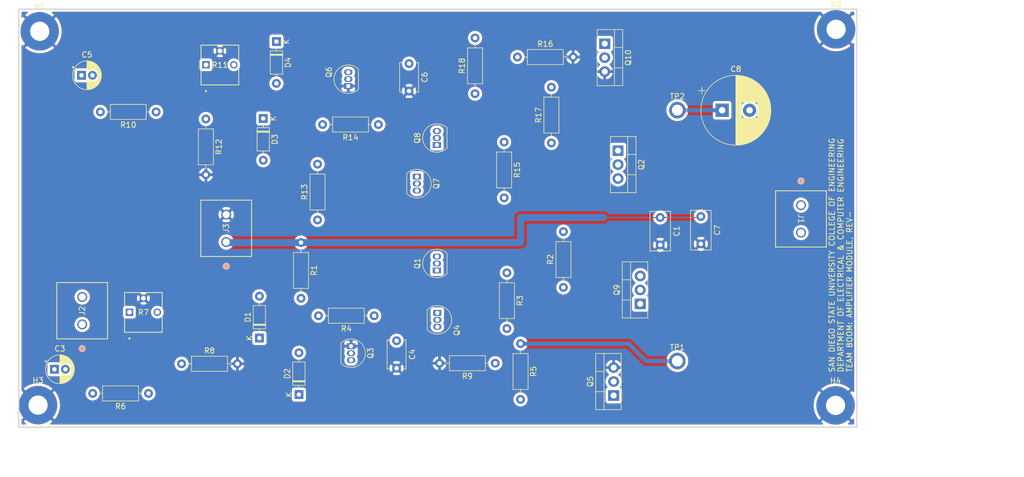
<source format=kicad_pcb>
(kicad_pcb (version 20240108) (generator "pcbnew") (generator_version "8.0")
  (title_block (title "Amplifier PCB") (date "2024-09-08") (rev "-") (company "Team BOOM"))
  (layers (0 "F.Cu" signal) (31 "B.Cu" signal) (34 "B.Paste" user) (35 "F.Paste" user) (36 "B.SilkS" user "B.Silkscreen") (37 "F.SilkS" user "F.Silkscreen") (38 "B.Mask" user) (39 "F.Mask" user) (44 "Edge.Cuts" user))
  (net 0 "")
  (net 1 "Net-(C8-Pad1)")
  (net 2 "Net-(Q10-C)")
  (net 3 "Net-(Q2-C)")
  (net 4 "GND")
  (net 5 "Net-(Q10-B)")
  (net 6 "Net-(D3-K)")
  (net 7 "/18V")
  (net 8 "Net-(D3-A)")
  (net 9 "Net-(C5-Pad2)")
  (net 10 "Net-(Q4-C)")
  (net 11 "Net-(D1-K)")
  (net 12 "Net-(C3-Pad2)")
  (net 13 "Net-(Q4-E)")
  (net 14 "Net-(D1-A)")
  (net 15 "Net-(Q1-C)")
  (net 16 "Net-(Q1-E)")
  (net 17 "Net-(Q2-B)")
  (net 18 "Net-(D4-K)")
  (net 19 "Net-(D2-K)")
  (net 20 "Net-(J2-Pin_2)")
  (net 21 "Net-(J2-Pin_1)")
  (net 22 "Net-(J1-Pin_2)")
  (net 23 "Net-(J1-Pin_1)")
  (footprint "Resistor_THT:R_Axial_DIN0207_L6.3mm_D2.5mm_P10.16mm_Horizontal" (layer "F.Cu") (at 68.12 127.265)
    (property "Reference" "R8" (at 5.08 -2.37 0) (layer "F.SilkS"))
    (property "Value" "1.3k")
    (pad "1" thru_hole circle (at 0 0) (size 1.6 1.6) (drill 0.8) (layers "*.Cu" "*.Mask") (net 11 "Net-(D1-K)"))
    (pad "2" thru_hole oval (at 10.16 0) (size 1.6 1.6) (drill 0.8) (layers "*.Cu" "*.Mask") (net 4 "GND"))
  )
  (footprint "Resistor_THT:R_Axial_DIN0207_L6.3mm_D2.5mm_P10.16mm_Horizontal" (layer "F.Cu") (at 103.98 83.665 180)
    (property "Reference" "R14" (at 5.08 -2.37 180) (layer "F.SilkS"))
    (property "Value" "12k")
    (pad "1" thru_hole circle (at 0 0 180) (size 1.6 1.6) (drill 0.8) (layers "*.Cu" "*.Mask") (net 1 "Net-(C8-Pad1)"))
    (pad "2" thru_hole oval (at 10.16 0 180) (size 1.6 1.6) (drill 0.8) (layers "*.Cu" "*.Mask") (net 6 "Net-(D3-K)"))
  )
  (footprint "TestPoint:TestPoint_Plated_Hole_D2.0mm" (layer "F.Cu") (at 158.4658 126.7648)
    (property "Reference" "TP1" (at 0 -2.498 0) (layer "F.SilkS"))
    (property "Value" "TestPoint")
    (pad "1" thru_hole circle (at 0 0) (size 3 3) (drill 2) (layers "*.Cu" "*.Mask") (net 22 "Net-(J1-Pin_2)"))
  )
  (footprint "Resistor_THT:R_Axial_DIN0207_L6.3mm_D2.5mm_P10.16mm_Horizontal" (layer "F.Cu") (at 72.5424 82.6516 -90)
    (property "Reference" "R12" (at 5.08 -2.37 -90) (layer "F.SilkS"))
    (property "Value" "1.3k")
    (pad "1" thru_hole circle (at 0 0 270) (size 1.6 1.6) (drill 0.8) (layers "*.Cu" "*.Mask") (net 6 "Net-(D3-K)"))
    (pad "2" thru_hole oval (at 10.16 0 270) (size 1.6 1.6) (drill 0.8) (layers "*.Cu" "*.Mask") (net 4 "GND"))
  )
  (footprint "Capacitor_THT:C_Rect_L7.0mm_W3.5mm_P5.00mm" (layer "F.Cu") (at 155.3464 100.598001 -90)
    (property "Reference" "C1" (at 2.5 -3 -90) (layer "F.SilkS"))
    (property "Value" "0.22Uf")
    (pad "1" thru_hole circle (at 0 0 270) (size 1.6 1.6) (drill 0.8) (layers "*.Cu" "*.Mask") (net 7 "/18V"))
    (pad "2" thru_hole circle (at 5 0 270) (size 1.6 1.6) (drill 0.8) (layers "*.Cu" "*.Mask") (net 4 "GND"))
  )
  (footprint "MountingHole:MountingHole_3.5mm_Pad" (layer "F.Cu") (at 42.2656 66.675)
    (property "Reference" "H1" (at 0 -4.5 0) (layer "F.SilkS"))
    (property "Value" "MountingHole_Pad")
    (pad "1" thru_hole circle (at 0 0) (size 7 7) (drill 3.5) (layers "*.Cu" "*.Mask") (net 4 "GND"))
  )
  (footprint "MountingHole:MountingHole_3.5mm_Pad" (layer "F.Cu") (at 41.9608 134.7978)
    (property "Reference" "H3" (at 0 -4.5 0) (layer "F.SilkS"))
    (property "Value" "MountingHole_Pad")
    (pad "1" thru_hole circle (at 0 0) (size 7 7) (drill 3.5) (layers "*.Cu" "*.Mask") (net 4 "GND"))
  )
  (footprint "Resistor_THT:R_Axial_DIN0207_L6.3mm_D2.5mm_P10.16mm_Horizontal" (layer "F.Cu") (at 126.9 86.865 -90)
    (property "Reference" "R15" (at 5.08 -2.37 -90) (layer "F.SilkS"))
    (property "Value" "10k")
    (pad "1" thru_hole circle (at 0 0 270) (size 1.6 1.6) (drill 0.8) (layers "*.Cu" "*.Mask") (net 17 "Net-(Q2-B)"))
    (pad "2" thru_hole oval (at 10.16 0 270) (size 1.6 1.6) (drill 0.8) (layers "*.Cu" "*.Mask") (net 7 "/18V"))
  )
  (footprint "Custom_Footprints:CONN_1935776_PXC" (layer "F.Cu") (at 76.2508 105.0798 90)
    (property "Reference" "J3" (at 2.5 0 90) (layer "F.SilkS"))
    (property "Value" "Power Input")
    (pad "1" thru_hole circle (at 0 0 90) (size 1.8034 1.8034) (drill 1.2954) (layers "*.Cu" "*.Mask") (net 7 "/18V"))
    (pad "2" thru_hole circle (at 5 0 90) (size 1.8034 1.8034) (drill 1.2954) (layers "*.Cu" "*.Mask") (net 4 "GND"))
  )
  (footprint "MountingHole:MountingHole_3.5mm_Pad" (layer "F.Cu") (at 187.2996 134.8486)
    (property "Reference" "H4" (at 0 -4.5 0) (layer "F.SilkS"))
    (property "Value" "MountingHole_Pad")
    (pad "1" thru_hole circle (at 0 0) (size 7 7) (drill 3.5) (layers "*.Cu" "*.Mask") (net 4 "GND"))
  )
  (footprint "MountingHole:MountingHole_3.5mm_Pad" (layer "F.Cu") (at 187.4012 66.3194)
    (property "Reference" "H2" (at 0 -4.5 0) (layer "F.SilkS"))
    (property "Value" "MountingHole_Pad")
    (pad "1" thru_hole circle (at 0 0) (size 7 7) (drill 3.5) (layers "*.Cu" "*.Mask") (net 4 "GND"))
  )
  (footprint "Resistor_THT:R_Axial_DIN0207_L6.3mm_D2.5mm_P10.16mm_Horizontal" (layer "F.Cu") (at 127.4 110.685 -90)
    (property "Reference" "R3" (at 5.08 -2.37 -90) (layer "F.SilkS"))
    (property "Value" "0.22")
    (pad "1" thru_hole circle (at 0 0 270) (size 1.6 1.6) (drill 0.8) (layers "*.Cu" "*.Mask") (net 16 "Net-(Q1-E)"))
    (pad "2" thru_hole oval (at 10.16 0 270) (size 1.6 1.6) (drill 0.8) (layers "*.Cu" "*.Mask") (net 22 "Net-(J1-Pin_2)"))
  )
  (footprint "Capacitor_THT:CP_Radial_D5.0mm_P2.00mm" (layer "F.Cu") (at 44.944888 128.265)
    (property "Reference" "C3" (at 1 -3.75 0) (layer "F.SilkS"))
    (property "Value" "1Uf")
    (pad "1" thru_hole rect (at 0 0) (size 1.6 1.6) (drill 0.8) (layers "*.Cu" "*.Mask") (net 21 "Net-(J2-Pin_1)"))
    (pad "2" thru_hole circle (at 2 0) (size 1.6 1.6) (drill 0.8) (layers "*.Cu" "*.Mask") (net 12 "Net-(C3-Pad2)"))
  )
  (footprint "Package_TO_SOT_THT:TO-220-3_Vertical" (layer "F.Cu") (at 151.7 116.345 90)
    (property "Reference" "Q9" (at 2.54 -4.27 90) (layer "F.SilkS"))
    (property "Value" "QD45H8G")
    (pad "1" thru_hole rect (at 0 0 90) (size 1.905 2) (drill 1.1) (layers "*.Cu" "*.Mask") (net 15 "Net-(Q1-C)"))
    (pad "2" thru_hole oval (at 2.54 0 90) (size 1.905 2) (drill 1.1) (layers "*.Cu" "*.Mask") (net 16 "Net-(Q1-E)"))
    (pad "3" thru_hole oval (at 5.08 0 90) (size 1.905 2) (drill 1.1) (layers "*.Cu" "*.Mask") (net 7 "/18V"))
  )
  (footprint "Custom_Footprints:POT_3362P" (layer "F.Cu") (at 72.56 72.7824)
    (property "Reference" "R11" (at 2.54 0.0381 0) (layer "F.SilkS"))
    (property "Value" "R_Variable")
    (pad "1" thru_hole rect (at 0 0) (size 1.3462 1.3462) (drill 0.8382) (layers "*.Cu" "*.Mask") (net 6 "Net-(D3-K)"))
    (pad "2" thru_hole circle (at 2.54 -2.54) (size 1.3462 1.3462) (drill 0.8382) (layers "*.Cu" "*.Mask") (net 4 "GND"))
    (pad "3" thru_hole circle (at 5.08 0) (size 1.3462 1.3462) (drill 0.8382) (layers "*.Cu" "*.Mask"))
  )
  (footprint "Resistor_THT:R_Axial_DIN0207_L6.3mm_D2.5mm_P10.16mm_Horizontal" (layer "F.Cu") (at 137.7 113.345 90)
    (property "Reference" "R2" (at 5.08 -2.37 90) (layer "F.SilkS"))
    (property "Value" "10k")
    (pad "1" thru_hole circle (at 0 0 90) (size 1.6 1.6) (drill 0.8) (layers "*.Cu" "*.Mask") (net 15 "Net-(Q1-C)"))
    (pad "2" thru_hole oval (at 10.16 0 90) (size 1.6 1.6) (drill 0.8) (layers "*.Cu" "*.Mask") (net 7 "/18V"))
  )
  (footprint "Capacitor_THT:CP_Radial_D5.0mm_P2.00mm" (layer "F.Cu") (at 49.8808 74.6948)
    (property "Reference" "C5" (at 1 -3.75 0) (layer "F.SilkS"))
    (property "Value" "1Uf")
    (pad "1" thru_hole rect (at 0 0) (size 1.6 1.6) (drill 0.8) (layers "*.Cu" "*.Mask") (net 20 "Net-(J2-Pin_2)"))
    (pad "2" thru_hole circle (at 2 0) (size 1.6 1.6) (drill 0.8) (layers "*.Cu" "*.Mask") (net 9 "Net-(C5-Pad2)"))
  )
  (footprint "Package_TO_SOT_THT:TO-92_Inline" (layer "F.Cu") (at 98.5 76.665 90)
    (property "Reference" "Q6" (at 2.54 -3.535 90) (layer "F.SilkS"))
    (property "Value" "2N3904")
    (pad "1" thru_hole rect (at 0 0 90) (size 1.05 1.5) (drill 0.75) (layers "*.Cu" "*.Mask") (net 4 "GND"))
    (pad "2" thru_hole oval (at 1.27 0 90) (size 1.05 1.5) (drill 0.75) (layers "*.Cu" "*.Mask") (net 6 "Net-(D3-K)"))
    (pad "3" thru_hole oval (at 2.54 0 90) (size 1.05 1.5) (drill 0.75) (layers "*.Cu" "*.Mask") (net 18 "Net-(D4-K)"))
  )
  (footprint "Diode_THT:D_DO-35_SOD27_P7.62mm_Horizontal" (layer "F.Cu") (at 83 82.555 -90)
    (property "Reference" "D3" (at 3.81 -2.12 90) (layer "F.SilkS"))
    (property "Value" "1N4148")
    (fp_text user "K" (at 0 -1.8 90) (layer "F.SilkS"))
    (pad "1" thru_hole rect (at 0 0 270) (size 1.6 1.6) (drill 0.8) (layers "*.Cu" "*.Mask") (net 6 "Net-(D3-K)"))
    (pad "2" thru_hole oval (at 7.62 0 270) (size 1.6 1.6) (drill 0.8) (layers "*.Cu" "*.Mask") (net 8 "Net-(D3-A)"))
  )
  (footprint "Capacitor_THT:C_Disc_D5.1mm_W3.2mm_P5.00mm" (layer "F.Cu") (at 109.5708 72.5598 -90)
    (property "Reference" "C6" (at 2.5 -2.85 -90) (layer "F.SilkS"))
    (property "Value" "1nF")
    (pad "1" thru_hole circle (at 0 0 270) (size 1.6 1.6) (drill 0.8) (layers "*.Cu" "*.Mask") (net 18 "Net-(D4-K)"))
    (pad "2" thru_hole circle (at 5 0 270) (size 1.6 1.6) (drill 0.8) (layers "*.Cu" "*.Mask") (net 4 "GND"))
  )
  (footprint "Resistor_THT:R_Axial_DIN0207_L6.3mm_D2.5mm_P10.16mm_Horizontal" (layer "F.Cu") (at 63.48 81.365 180)
    (property "Reference" "R10" (at 5.08 -2.37 180) (layer "F.SilkS"))
    (property "Value" "4.7k")
    (pad "1" thru_hole circle (at 0 0 180) (size 1.6 1.6) (drill 0.8) (layers "*.Cu" "*.Mask") (net 6 "Net-(D3-K)"))
    (pad "2" thru_hole oval (at 10.16 0 180) (size 1.6 1.6) (drill 0.8) (layers "*.Cu" "*.Mask") (net 9 "Net-(C5-Pad2)"))
  )
  (footprint "Package_TO_SOT_THT:TO-220-3_Vertical" (layer "F.Cu") (at 146.8628 133.0452 90)
    (property "Reference" "Q5" (at 2.54 -4.27 90) (layer "F.SilkS"))
    (property "Value" "QD44H8G")
    (pad "1" thru_hole rect (at 0 0 90) (size 1.905 2) (drill 1.1) (layers "*.Cu" "*.Mask") (net 10 "Net-(Q4-C)"))
    (pad "2" thru_hole oval (at 2.54 0 90) (size 1.905 2) (drill 1.1) (layers "*.Cu" "*.Mask") (net 13 "Net-(Q4-E)"))
    (pad "3" thru_hole oval (at 5.08 0 90) (size 1.905 2) (drill 1.1) (layers "*.Cu" "*.Mask") (net 4 "GND"))
  )
  (footprint "Capacitor_THT:C_Disc_D5.1mm_W3.2mm_P5.00mm" (layer "F.Cu") (at 107.3 123.065 -90)
    (property "Reference" "C4" (at 2.5 -2.85 -90) (layer "F.SilkS"))
    (property "Value" "1nF")
    (pad "1" thru_hole circle (at 0 0 270) (size 1.6 1.6) (drill 0.8) (layers "*.Cu" "*.Mask") (net 19 "Net-(D2-K)"))
    (pad "2" thru_hole circle (at 5 0 270) (size 1.6 1.6) (drill 0.8) (layers "*.Cu" "*.Mask") (net 4 "GND"))
  )
  (footprint "Resistor_THT:R_Axial_DIN0207_L6.3mm_D2.5mm_P10.16mm_Horizontal" (layer "F.Cu") (at 62.08 132.665 180)
    (property "Reference" "R6" (at 5.08 -2.37 180) (layer "F.SilkS"))
    (property "Value" "4.7k")
    (pad "1" thru_hole circle (at 0 0 180) (size 1.6 1.6) (drill 0.8) (layers "*.Cu" "*.Mask") (net 11 "Net-(D1-K)"))
    (pad "2" thru_hole oval (at 10.16 0 180) (size 1.6 1.6) (drill 0.8) (layers "*.Cu" "*.Mask") (net 12 "Net-(C3-Pad2)"))
  )
  (footprint "Package_TO_SOT_THT:TO-220-3_Vertical" (layer "F.Cu") (at 145.2372 68.9356 -90)
    (property "Reference" "Q10" (at 2.54 -4.27 90) (layer "F.SilkS"))
    (property "Value" "QD44H8G")
    (pad "1" thru_hole rect (at 0 0 270) (size 1.905 2) (drill 1.1) (layers "*.Cu" "*.Mask") (net 5 "Net-(Q10-B)"))
    (pad "2" thru_hole oval (at 2.54 0 270) (size 1.905 2) (drill 1.1) (layers "*.Cu" "*.Mask") (net 2 "Net-(Q10-C)"))
    (pad "3" thru_hole oval (at 5.08 0 270) (size 1.905 2) (drill 1.1) (layers "*.Cu" "*.Mask") (net 4 "GND"))
  )
  (footprint "Capacitor_THT:C_Rect_L7.0mm_W3.5mm_P5.00mm" (layer "F.Cu") (at 162.7456 100.418201 -90)
    (property "Reference" "C7" (at 2.5 -3 -90) (layer "F.SilkS"))
    (property "Value" "0.22Uf")
    (pad "1" thru_hole circle (at 0 0 270) (size 1.6 1.6) (drill 0.8) (layers "*.Cu" "*.Mask") (net 7 "/18V"))
    (pad "2" thru_hole circle (at 5 0 270) (size 1.6 1.6) (drill 0.8) (layers "*.Cu" "*.Mask") (net 4 "GND"))
  )
  (footprint "Resistor_THT:R_Axial_DIN0207_L6.3mm_D2.5mm_P10.16mm_Horizontal" (layer "F.Cu") (at 129.32 71.365)
    (property "Reference" "R16" (at 5.08 -2.37 0) (layer "F.SilkS"))
    (property "Value" "10k")
    (pad "1" thru_hole circle (at 0 0) (size 1.6 1.6) (drill 0.8) (layers "*.Cu" "*.Mask") (net 5 "Net-(Q10-B)"))
    (pad "2" thru_hole oval (at 10.16 0) (size 1.6 1.6) (drill 0.8) (layers "*.Cu" "*.Mask") (net 4 "GND"))
  )
  (footprint "Diode_THT:D_DO-35_SOD27_P7.62mm_Horizontal" (layer "F.Cu") (at 82.3 122.575 90)
    (property "Reference" "D1" (at 3.81 -2.12 90) (layer "F.SilkS"))
    (property "Value" "1N4148")
    (fp_text user "K" (at 0 -1.8 90) (layer "F.SilkS"))
    (pad "1" thru_hole rect (at 0 0 90) (size 1.6 1.6) (drill 0.8) (layers "*.Cu" "*.Mask") (net 11 "Net-(D1-K)"))
    (pad "2" thru_hole oval (at 7.62 0 90) (size 1.6 1.6) (drill 0.8) (layers "*.Cu" "*.Mask") (net 14 "Net-(D1-A)"))
  )
  (footprint "Resistor_THT:R_Axial_DIN0207_L6.3mm_D2.5mm_P10.16mm_Horizontal" (layer "F.Cu") (at 125.28 127.165 180)
    (property "Reference" "R9" (at 5.08 -2.37 180) (layer "F.SilkS"))
    (property "Value" "10k")
    (pad "1" thru_hole circle (at 0 0 180) (size 1.6 1.6) (drill 0.8) (layers "*.Cu" "*.Mask") (net 10 "Net-(Q4-C)"))
    (pad "2" thru_hole oval (at 10.16 0 180) (size 1.6 1.6) (drill 0.8) (layers "*.Cu" "*.Mask") (net 4 "GND"))
  )
  (footprint "Custom_Footprints:CONN_1935776_PXC" (layer "F.Cu") (at 181 98.365 -90)
    (property "Reference" "J1" (at 2.5 0 -90) (layer "F.SilkS"))
    (property "Value" "Speaker")
    (pad "1" thru_hole circle (at 0 0 270) (size 1.8034 1.8034) (drill 1.2954) (layers "*.Cu" "*.Mask") (net 23 "Net-(J1-Pin_1)"))
    (pad "2" thru_hole circle (at 5 0 270) (size 1.8034 1.8034) (drill 1.2954) (layers "*.Cu" "*.Mask") (net 22 "Net-(J1-Pin_2)"))
  )
  (footprint "Package_TO_SOT_THT:TO-92_Inline" (layer "F.Cu") (at 114.6508 87.3948 90)
    (property "Reference" "Q8" (at 1.27 -3.56 90) (layer "F.SilkS"))
    (property "Value" "2N3906")
    (pad "1" thru_hole rect (at 0 0 90) (size 1.05 1.5) (drill 0.75) (layers "*.Cu" "*.Mask") (net 2 "Net-(Q10-C)"))
    (pad "2" thru_hole oval (at 1.27 0 90) (size 1.05 1.5) (drill 0.75) (layers "*.Cu" "*.Mask") (net 18 "Net-(D4-K)"))
    (pad "3" thru_hole oval (at 2.54 0 90) (size 1.05 1.5) (drill 0.75) (layers "*.Cu" "*.Mask") (net 5 "Net-(Q10-B)"))
  )
  (footprint "Resistor_THT:R_Axial_DIN0207_L6.3mm_D2.5mm_P10.16mm_Horizontal" (layer "F.Cu") (at 121.6 78.045 90)
    (property "Reference" "R18" (at 5.08 -2.37 90) (layer "F.SilkS"))
    (property "Value" "0.22")
    (pad "1" thru_hole circle (at 0 0 90) (size 1.6 1.6) (drill 0.8) (layers "*.Cu" "*.Mask") (net 1 "Net-(C8-Pad1)"))
    (pad "2" thru_hole oval (at 10.16 0 90) (size 1.6 1.6) (drill 0.8) (layers "*.Cu" "*.Mask") (net 2 "Net-(Q10-C)"))
  )
  (footprint "Custom_Footprints:POT_3362P" (layer "F.Cu") (at 58.62 117.865)
    (property "Reference" "R7" (at 2.54 0.0381 0) (layer "F.SilkS"))
    (property "Value" "R_Variable")
    (pad "1" thru_hole rect (at 0 0) (size 1.3462 1.3462) (drill 0.8382) (layers "*.Cu" "*.Mask") (net 11 "Net-(D1-K)"))
    (pad "2" thru_hole circle (at 2.54 -2.54) (size 1.3462 1.3462) (drill 0.8382) (layers "*.Cu" "*.Mask") (net 4 "GND"))
    (pad "3" thru_hole circle (at 5.08 0) (size 1.3462 1.3462) (drill 0.8382) (layers "*.Cu" "*.Mask"))
  )
  (footprint "Package_TO_SOT_THT:TO-92_Inline" (layer "F.Cu") (at 114.6508 110.2548 90)
    (property "Reference" "Q1" (at 1.27 -3.56 90) (layer "F.SilkS"))
    (property "Value" "2N3904")
    (pad "1" thru_hole rect (at 0 0 90) (size 1.05 1.5) (drill 0.75) (layers "*.Cu" "*.Mask") (net 16 "Net-(Q1-E)"))
    (pad "2" thru_hole oval (at 1.27 0 90) (size 1.05 1.5) (drill 0.75) (layers "*.Cu" "*.Mask") (net 14 "Net-(D1-A)"))
    (pad "3" thru_hole oval (at 2.54 0 90) (size 1.05 1.5) (drill 0.75) (layers "*.Cu" "*.Mask") (net 15 "Net-(Q1-C)"))
  )
  (footprint "Resistor_THT:R_Axial_DIN0207_L6.3mm_D2.5mm_P10.16mm_Horizontal" (layer "F.Cu") (at 135.509 87.0204 90)
    (property "Reference" "R17" (at 5.08 -2.37 90) (layer "F.SilkS"))
    (property "Value" "0.22")
    (pad "1" thru_hole circle (at 0 0 90) (size 1.6 1.6) (drill 0.8) (layers "*.Cu" "*.Mask") (net 3 "Net-(Q2-C)"))
    (pad "2" thru_hole oval (at 10.16 0 90) (size 1.6 1.6) (drill 0.8) (layers "*.Cu" "*.Mask") (net 1 "Net-(C8-Pad1)"))
  )
  (footprint "TestPoint:TestPoint_Plated_Hole_D2.0mm" (layer "F.Cu") (at 158.4658 81.0448)
    (property "Reference" "TP2" (at 0 -2.498 0) (layer "F.SilkS"))
    (property "Value" "TestPoint")
    (pad "1" thru_hole circle (at 0 0) (size 3 3) (drill 2) (layers "*.Cu" "*.Mask") (net 1 "Net-(C8-Pad1)"))
  )
  (footprint "Resistor_THT:R_Axial_DIN0207_L6.3mm_D2.5mm_P10.16mm_Horizontal" (layer "F.Cu") (at 89.8858 105.1748 -90)
    (property "Reference" "R1" (at 5.08 -2.37 -90) (layer "F.SilkS"))
    (property "Value" "4.7k")
    (pad "1" thru_hole circle (at 0 0 270) (size 1.6 1.6) (drill 0.8) (layers "*.Cu" "*.Mask") (net 7 "/18V"))
    (pad "2" thru_hole oval (at 10.16 0 270) (size 1.6 1.6) (drill 0.8) (layers "*.Cu" "*.Mask") (net 14 "Net-(D1-A)"))
  )
  (footprint "Package_TO_SOT_THT:TO-92_Inline" (layer "F.Cu") (at 111 93.165 -90)
    (property "Reference" "Q7" (at 1.27 -3.56 90) (layer "F.SilkS"))
    (property "Value" "2N3904")
    (pad "1" thru_hole rect (at 0 0 270) (size 1.05 1.5) (drill 0.75) (layers "*.Cu" "*.Mask") (net 3 "Net-(Q2-C)"))
    (pad "2" thru_hole oval (at 1.27 0 270) (size 1.05 1.5) (drill 0.75) (layers "*.Cu" "*.Mask") (net 8 "Net-(D3-A)"))
    (pad "3" thru_hole oval (at 2.54 0 270) (size 1.05 1.5) (drill 0.75) (layers "*.Cu" "*.Mask") (net 17 "Net-(Q2-B)"))
  )
  (footprint "Custom_Footprints:CONN_1935776_PXC" (layer "F.Cu") (at 50.0078 120.0964 90)
    (property "Reference" "J2" (at 2.5 0 90) (layer "F.SilkS"))
    (property "Value" "Input Terminals")
    (pad "1" thru_hole circle (at 0 0 90) (size 1.8034 1.8034) (drill 1.2954) (layers "*.Cu" "*.Mask") (net 21 "Net-(J2-Pin_1)"))
    (pad "2" thru_hole circle (at 5 0 90) (size 1.8034 1.8034) (drill 1.2954) (layers "*.Cu" "*.Mask") (net 20 "Net-(J2-Pin_2)"))
  )
  (footprint "Diode_THT:D_DO-35_SOD27_P7.62mm_Horizontal" (layer "F.Cu") (at 85.4 68.555 -90)
    (property "Reference" "D4" (at 3.81 -2.12 90) (layer "F.SilkS"))
    (property "Value" "1N4148")
    (fp_text user "K" (at 0 -1.8 90) (layer "F.SilkS"))
    (pad "1" thru_hole rect (at 0 0 270) (size 1.6 1.6) (drill 0.8) (layers "*.Cu" "*.Mask") (net 18 "Net-(D4-K)"))
    (pad "2" thru_hole oval (at 7.62 0 270) (size 1.6 1.6) (drill 0.8) (layers "*.Cu" "*.Mask") (net 6 "Net-(D3-K)"))
  )
  (footprint "Package_TO_SOT_THT:TO-92_Inline" (layer "F.Cu") (at 99 124.065 -90)
    (property "Reference" "Q3" (at 1.27 -3.56 90) (layer "F.SilkS"))
    (property "Value" "2N3904")
    (pad "1" thru_hole rect (at 0 0 270) (size 1.05 1.5) (drill 0.75) (layers "*.Cu" "*.Mask") (net 4 "GND"))
    (pad "2" thru_hole oval (at 1.27 0 270) (size 1.05 1.5) (drill 0.75) (layers "*.Cu" "*.Mask") (net 11 "Net-(D1-K)"))
    (pad "3" thru_hole oval (at 2.54 0 270) (size 1.05 1.5) (drill 0.75) (layers "*.Cu" "*.Mask") (net 19 "Net-(D2-K)"))
  )
  (footprint "Capacitor_THT:CP_Radial_D12.5mm_P5.00mm" (layer "F.Cu") (at 166.626041 81.065)
    (property "Reference" "C8" (at 2.5 -7.5 0) (layer "F.SilkS"))
    (property "Value" "1000uF")
    (pad "1" thru_hole rect (at 0 0) (size 2.4 2.4) (drill 1.2) (layers "*.Cu" "*.Mask") (net 1 "Net-(C8-Pad1)"))
    (pad "2" thru_hole circle (at 5 0) (size 2.4 2.4) (drill 1.2) (layers "*.Cu" "*.Mask") (net 23 "Net-(J1-Pin_1)"))
  )
  (footprint "Package_TO_SOT_THT:TO-92_Inline" (layer "F.Cu") (at 114.7274 117.983 -90)
    (property "Reference" "Q4" (at 3.175 -3.56 90) (layer "F.SilkS"))
    (property "Value" "2N3906")
    (pad "1" thru_hole rect (at 0 0 270) (size 1.05 1.5) (drill 0.75) (layers "*.Cu" "*.Mask") (net 13 "Net-(Q4-E)"))
    (pad "2" thru_hole oval (at 1.27 0 270) (size 1.05 1.5) (drill 0.75) (layers "*.Cu" "*.Mask") (net 19 "Net-(D2-K)"))
    (pad "3" thru_hole oval (at 2.54 0 270) (size 1.05 1.5) (drill 0.75) (layers "*.Cu" "*.Mask") (net 10 "Net-(Q4-C)"))
  )
  (footprint "Resistor_THT:R_Axial_DIN0207_L6.3mm_D2.5mm_P10.16mm_Horizontal" (layer "F.Cu") (at 92.9 101.045 90)
    (property "Reference" "R13" (at 5.08 -2.37 90) (layer "F.SilkS"))
    (property "Value" "4.7k")
    (pad "1" thru_hole circle (at 0 0 90) (size 1.6 1.6) (drill 0.8) (layers "*.Cu" "*.Mask") (net 7 "/18V"))
    (pad "2" thru_hole oval (at 10.16 0 90) (size 1.6 1.6) (drill 0.8) (layers "*.Cu" "*.Mask") (net 8 "Net-(D3-A)"))
  )
  (footprint "Resistor_THT:R_Axial_DIN0207_L6.3mm_D2.5mm_P10.16mm_Horizontal" (layer "F.Cu") (at 129.8908 123.5898 -90)
    (property "Reference" "R5" (at 5.08 -2.37 -90) (layer "F.SilkS"))
    (property "Value" "0.22")
    (pad "1" thru_hole circle (at 0 0 270) (size 1.6 1.6) (drill 0.8) (layers "*.Cu" "*.Mask") (net 22 "Net-(J1-Pin_2)"))
    (pad "2" thru_hole oval (at 10.16 0 270) (size 1.6 1.6) (drill 0.8) (layers "*.Cu" "*.Mask") (net 13 "Net-(Q4-E)"))
  )
  (footprint "Resistor_THT:R_Axial_DIN0207_L6.3mm_D2.5mm_P10.16mm_Horizontal" (layer "F.Cu") (at 103.2208 118.5098 180)
    (property "Reference" "R4" (at 5.08 -2.37 180) (layer "F.SilkS"))
    (property "Value" "12k")
    (pad "1" thru_hole circle (at 0 0 180) (size 1.6 1.6) (drill 0.8) (layers "*.Cu" "*.Mask") (net 22 "Net-(J1-Pin_2)"))
    (pad "2" thru_hole oval (at 10.16 0 180) (size 1.6 1.6) (drill 0.8) (layers "*.Cu" "*.Mask") (net 11 "Net-(D1-K)"))
  )
  (footprint "Diode_THT:D_DO-35_SOD27_P7.62mm_Horizontal" (layer "F.Cu") (at 89.5 132.875 90)
    (property "Reference" "D2" (at 3.81 -2.12 90) (layer "F.SilkS"))
    (property "Value" "1N4148")
    (fp_text user "K" (at 0 -1.8 90) (layer "F.SilkS"))
    (pad "1" thru_hole rect (at 0 0 90) (size 1.6 1.6) (drill 0.8) (layers "*.Cu" "*.Mask") (net 19 "Net-(D2-K)"))
    (pad "2" thru_hole oval (at 7.62 0 90) (size 1.6 1.6) (drill 0.8) (layers "*.Cu" "*.Mask") (net 11 "Net-(D1-K)"))
  )
  (footprint "Package_TO_SOT_THT:TO-220-3_Vertical" (layer "F.Cu") (at 147.655 88.425 -90)
    (property "Reference" "Q2" (at 2.54 -4.27 90) (layer "F.SilkS"))
    (property "Value" "QD45H8G")
    (pad "1" thru_hole rect (at 0 0 270) (size 1.905 2) (drill 1.1) (layers "*.Cu" "*.Mask") (net 17 "Net-(Q2-B)"))
    (pad "2" thru_hole oval (at 2.54 0 270) (size 1.905 2) (drill 1.1) (layers "*.Cu" "*.Mask") (net 3 "Net-(Q2-C)"))
    (pad "3" thru_hole oval (at 5.08 0 270) (size 1.905 2) (drill 1.1) (layers "*.Cu" "*.Mask") (net 7 "/18V"))
  )
  (gr_rect (start 38.4508 62.6298) (end 191.1808 138.8298) (stroke (width 0.2)) (fill none) (layer "Edge.Cuts"))
  (gr_text "SAN DIEGO STATE UNIVERSITY COLLEGE OF ENGINEERING\nDEPARTMENT OF ELECTRICAL & COMPUTER ENGINEERING\nTEAM BOOM: AMPLIFIER MODULE, REV-" (at 190.44 128.905 90) (layer "F.SilkS") (effects (font (size 1 1)) (justify left bottom)))
  (segment (start 158.486 81.065) (end 158.4658 81.0448) (width 0.762) (layer "B.Cu") (net 1))
  (segment (start 166.626041 81.065) (end 158.486 81.065) (width 0.762) (layer "B.Cu") (net 1))
  (segment (start 100.4058 74.9698) (end 100.4058 74.0598) (width 0.2) (layer "B.Cu") (net 4))
  (segment (start 100.4058 74.0598) (end 100.6808 74.0598) (width 0.2) (layer "B.Cu") (net 4))
  (segment (start 100.6808 74.0598) (end 100.9108 74.2898) (width 0.2) (layer "B.Cu") (net 4))
  (segment (start 155.3464 100.598001) (end 162.5658 100.598001) (width 0.2) (layer "B.Cu") (net 7))
  (segment (start 129.8956 100.6094) (end 129.85 100.655) (width 0.762) (layer "B.Cu") (net 7))
  (segment (start 89.8672 105.1934) (end 89.8858 105.1748) (width 0.762) (layer "B.Cu") (net 7))
  (segment (start 129.8908 105.1748) (end 129.8908 100.6958) (width 1.27) (layer "B.Cu") (net 7))
  (segment (start 144.9324 100.6094) (end 155.335001 100.6094) (width 0.2) (layer "B.Cu") (net 7))
  (segment (start 162.5658 100.598001) (end 162.7456 100.418201) (width 0.2) (layer "B.Cu") (net 7))
  (segment (start 129.8908 105.1748) (end 89.8858 105.1748) (width 1.27) (layer "B.Cu") (net 7))
  (segment (start 155.335001 100.6094) (end 155.3464 100.598001) (width 0.762) (layer "B.Cu") (net 7))
  (segment (start 144.9324 100.6094) (end 129.8956 100.6094) (width 1.27) (layer "B.Cu") (net 7))
  (segment (start 76.1698 105.1934) (end 89.8672 105.1934) (width 1.27) (layer "B.Cu") (net 7))
  (segment (start 129.8908 100.6958) (end 129.85 100.655) (width 0.2) (layer "B.Cu") (net 7))
  (segment (start 129.9162 123.6152) (end 129.8908 123.5898) (width 0.762) (layer "B.Cu") (net 22))
  (segment (start 152.7508 126.7648) (end 149.6012 123.6152) (width 0.762) (layer "B.Cu") (net 22))
  (segment (start 149.6012 123.6152) (end 129.9162 123.6152) (width 0.762) (layer "B.Cu") (net 22))
  (segment (start 158.4658 126.7648) (end 152.7508 126.7648) (width 0.762) (layer "B.Cu") (net 22))
  (zone (net 4) (net_name "GND") (layer "F.Cu") (connect_pads (clearance 0.5)) (min_thickness 0.25) (fill yes (thermal_gap 0.5) (thermal_bridge_width 0.5))
    (polygon (pts (xy 38.6 62.765) (xy 38.6 138.665) (xy 191.0002 138.665) (xy 191.0002 62.765)))
  )
  (zone (net 4) (net_name "GND") (layer "B.Cu") (priority 1) (connect_pads (clearance 0.5)) (min_thickness 0.25) (fill yes (thermal_gap 0.5) (thermal_bridge_width 0.5))
    (polygon (pts (xy 38.6 62.765) (xy 38.6 138.665) (xy 191 138.665) (xy 191 62.765)))
  )
)
</source>
